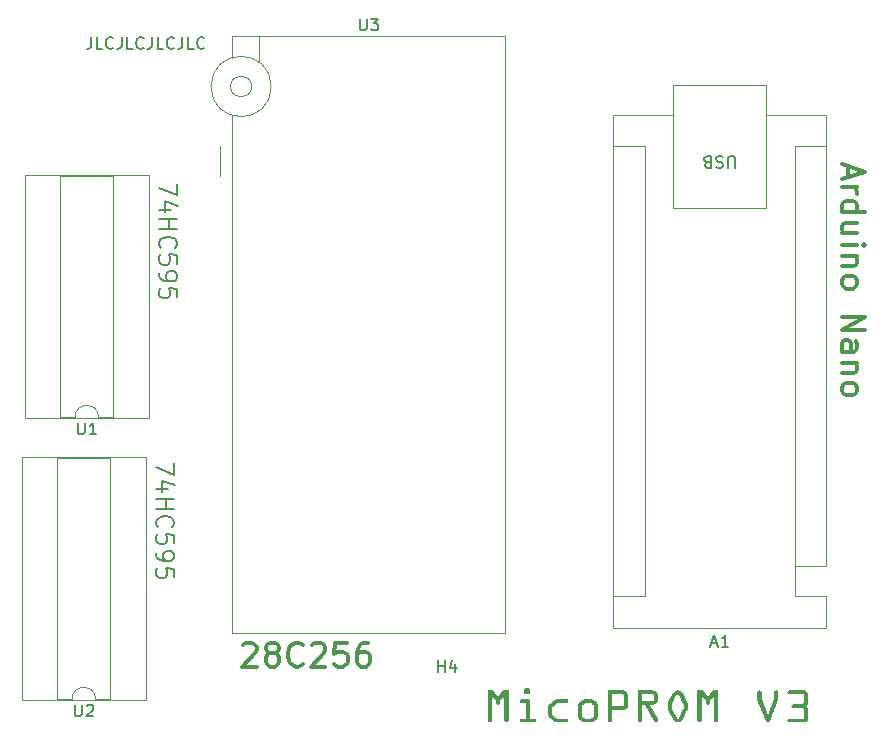
<source format=gbr>
%TF.GenerationSoftware,KiCad,Pcbnew,7.0.9*%
%TF.CreationDate,2024-03-10T15:23:14-03:00*%
%TF.ProjectId,prompcb,70726f6d-7063-4622-9e6b-696361645f70,rev?*%
%TF.SameCoordinates,Original*%
%TF.FileFunction,Legend,Top*%
%TF.FilePolarity,Positive*%
%FSLAX46Y46*%
G04 Gerber Fmt 4.6, Leading zero omitted, Abs format (unit mm)*
G04 Created by KiCad (PCBNEW 7.0.9) date 2024-03-10 15:23:14*
%MOMM*%
%LPD*%
G01*
G04 APERTURE LIST*
%ADD10C,0.200000*%
%ADD11C,0.300000*%
%ADD12C,0.150000*%
%ADD13C,0.120000*%
%ADD14R,2.000000X1.440000*%
%ADD15O,2.000000X1.440000*%
%ADD16C,0.700000*%
%ADD17C,4.400000*%
%ADD18R,1.600000X1.600000*%
%ADD19O,1.600000X1.600000*%
%ADD20O,2.400000X1.600000*%
%ADD21R,2.400000X1.600000*%
G04 APERTURE END LIST*
D10*
X137939571Y-72481863D02*
X137939571Y-73481863D01*
X137939571Y-73481863D02*
X136439571Y-72839006D01*
X137439571Y-74696149D02*
X136439571Y-74696149D01*
X138011000Y-74339006D02*
X136939571Y-73981863D01*
X136939571Y-73981863D02*
X136939571Y-74910434D01*
X136439571Y-75481862D02*
X137939571Y-75481862D01*
X137225285Y-75481862D02*
X137225285Y-76339005D01*
X136439571Y-76339005D02*
X137939571Y-76339005D01*
X136582428Y-77910434D02*
X136511000Y-77839006D01*
X136511000Y-77839006D02*
X136439571Y-77624720D01*
X136439571Y-77624720D02*
X136439571Y-77481863D01*
X136439571Y-77481863D02*
X136511000Y-77267577D01*
X136511000Y-77267577D02*
X136653857Y-77124720D01*
X136653857Y-77124720D02*
X136796714Y-77053291D01*
X136796714Y-77053291D02*
X137082428Y-76981863D01*
X137082428Y-76981863D02*
X137296714Y-76981863D01*
X137296714Y-76981863D02*
X137582428Y-77053291D01*
X137582428Y-77053291D02*
X137725285Y-77124720D01*
X137725285Y-77124720D02*
X137868142Y-77267577D01*
X137868142Y-77267577D02*
X137939571Y-77481863D01*
X137939571Y-77481863D02*
X137939571Y-77624720D01*
X137939571Y-77624720D02*
X137868142Y-77839006D01*
X137868142Y-77839006D02*
X137796714Y-77910434D01*
X137939571Y-79267577D02*
X137939571Y-78553291D01*
X137939571Y-78553291D02*
X137225285Y-78481863D01*
X137225285Y-78481863D02*
X137296714Y-78553291D01*
X137296714Y-78553291D02*
X137368142Y-78696149D01*
X137368142Y-78696149D02*
X137368142Y-79053291D01*
X137368142Y-79053291D02*
X137296714Y-79196149D01*
X137296714Y-79196149D02*
X137225285Y-79267577D01*
X137225285Y-79267577D02*
X137082428Y-79339006D01*
X137082428Y-79339006D02*
X136725285Y-79339006D01*
X136725285Y-79339006D02*
X136582428Y-79267577D01*
X136582428Y-79267577D02*
X136511000Y-79196149D01*
X136511000Y-79196149D02*
X136439571Y-79053291D01*
X136439571Y-79053291D02*
X136439571Y-78696149D01*
X136439571Y-78696149D02*
X136511000Y-78553291D01*
X136511000Y-78553291D02*
X136582428Y-78481863D01*
X136439571Y-80053291D02*
X136439571Y-80339005D01*
X136439571Y-80339005D02*
X136511000Y-80481862D01*
X136511000Y-80481862D02*
X136582428Y-80553291D01*
X136582428Y-80553291D02*
X136796714Y-80696148D01*
X136796714Y-80696148D02*
X137082428Y-80767577D01*
X137082428Y-80767577D02*
X137653857Y-80767577D01*
X137653857Y-80767577D02*
X137796714Y-80696148D01*
X137796714Y-80696148D02*
X137868142Y-80624720D01*
X137868142Y-80624720D02*
X137939571Y-80481862D01*
X137939571Y-80481862D02*
X137939571Y-80196148D01*
X137939571Y-80196148D02*
X137868142Y-80053291D01*
X137868142Y-80053291D02*
X137796714Y-79981862D01*
X137796714Y-79981862D02*
X137653857Y-79910434D01*
X137653857Y-79910434D02*
X137296714Y-79910434D01*
X137296714Y-79910434D02*
X137153857Y-79981862D01*
X137153857Y-79981862D02*
X137082428Y-80053291D01*
X137082428Y-80053291D02*
X137011000Y-80196148D01*
X137011000Y-80196148D02*
X137011000Y-80481862D01*
X137011000Y-80481862D02*
X137082428Y-80624720D01*
X137082428Y-80624720D02*
X137153857Y-80696148D01*
X137153857Y-80696148D02*
X137296714Y-80767577D01*
X137939571Y-82124719D02*
X137939571Y-81410433D01*
X137939571Y-81410433D02*
X137225285Y-81339005D01*
X137225285Y-81339005D02*
X137296714Y-81410433D01*
X137296714Y-81410433D02*
X137368142Y-81553291D01*
X137368142Y-81553291D02*
X137368142Y-81910433D01*
X137368142Y-81910433D02*
X137296714Y-82053291D01*
X137296714Y-82053291D02*
X137225285Y-82124719D01*
X137225285Y-82124719D02*
X137082428Y-82196148D01*
X137082428Y-82196148D02*
X136725285Y-82196148D01*
X136725285Y-82196148D02*
X136582428Y-82124719D01*
X136582428Y-82124719D02*
X136511000Y-82053291D01*
X136511000Y-82053291D02*
X136439571Y-81910433D01*
X136439571Y-81910433D02*
X136439571Y-81553291D01*
X136439571Y-81553291D02*
X136511000Y-81410433D01*
X136511000Y-81410433D02*
X136582428Y-81339005D01*
X137685571Y-96154663D02*
X137685571Y-97154663D01*
X137685571Y-97154663D02*
X136185571Y-96511806D01*
X137185571Y-98368949D02*
X136185571Y-98368949D01*
X137757000Y-98011806D02*
X136685571Y-97654663D01*
X136685571Y-97654663D02*
X136685571Y-98583234D01*
X136185571Y-99154662D02*
X137685571Y-99154662D01*
X136971285Y-99154662D02*
X136971285Y-100011805D01*
X136185571Y-100011805D02*
X137685571Y-100011805D01*
X136328428Y-101583234D02*
X136257000Y-101511806D01*
X136257000Y-101511806D02*
X136185571Y-101297520D01*
X136185571Y-101297520D02*
X136185571Y-101154663D01*
X136185571Y-101154663D02*
X136257000Y-100940377D01*
X136257000Y-100940377D02*
X136399857Y-100797520D01*
X136399857Y-100797520D02*
X136542714Y-100726091D01*
X136542714Y-100726091D02*
X136828428Y-100654663D01*
X136828428Y-100654663D02*
X137042714Y-100654663D01*
X137042714Y-100654663D02*
X137328428Y-100726091D01*
X137328428Y-100726091D02*
X137471285Y-100797520D01*
X137471285Y-100797520D02*
X137614142Y-100940377D01*
X137614142Y-100940377D02*
X137685571Y-101154663D01*
X137685571Y-101154663D02*
X137685571Y-101297520D01*
X137685571Y-101297520D02*
X137614142Y-101511806D01*
X137614142Y-101511806D02*
X137542714Y-101583234D01*
X137685571Y-102940377D02*
X137685571Y-102226091D01*
X137685571Y-102226091D02*
X136971285Y-102154663D01*
X136971285Y-102154663D02*
X137042714Y-102226091D01*
X137042714Y-102226091D02*
X137114142Y-102368949D01*
X137114142Y-102368949D02*
X137114142Y-102726091D01*
X137114142Y-102726091D02*
X137042714Y-102868949D01*
X137042714Y-102868949D02*
X136971285Y-102940377D01*
X136971285Y-102940377D02*
X136828428Y-103011806D01*
X136828428Y-103011806D02*
X136471285Y-103011806D01*
X136471285Y-103011806D02*
X136328428Y-102940377D01*
X136328428Y-102940377D02*
X136257000Y-102868949D01*
X136257000Y-102868949D02*
X136185571Y-102726091D01*
X136185571Y-102726091D02*
X136185571Y-102368949D01*
X136185571Y-102368949D02*
X136257000Y-102226091D01*
X136257000Y-102226091D02*
X136328428Y-102154663D01*
X136185571Y-103726091D02*
X136185571Y-104011805D01*
X136185571Y-104011805D02*
X136257000Y-104154662D01*
X136257000Y-104154662D02*
X136328428Y-104226091D01*
X136328428Y-104226091D02*
X136542714Y-104368948D01*
X136542714Y-104368948D02*
X136828428Y-104440377D01*
X136828428Y-104440377D02*
X137399857Y-104440377D01*
X137399857Y-104440377D02*
X137542714Y-104368948D01*
X137542714Y-104368948D02*
X137614142Y-104297520D01*
X137614142Y-104297520D02*
X137685571Y-104154662D01*
X137685571Y-104154662D02*
X137685571Y-103868948D01*
X137685571Y-103868948D02*
X137614142Y-103726091D01*
X137614142Y-103726091D02*
X137542714Y-103654662D01*
X137542714Y-103654662D02*
X137399857Y-103583234D01*
X137399857Y-103583234D02*
X137042714Y-103583234D01*
X137042714Y-103583234D02*
X136899857Y-103654662D01*
X136899857Y-103654662D02*
X136828428Y-103726091D01*
X136828428Y-103726091D02*
X136757000Y-103868948D01*
X136757000Y-103868948D02*
X136757000Y-104154662D01*
X136757000Y-104154662D02*
X136828428Y-104297520D01*
X136828428Y-104297520D02*
X136899857Y-104368948D01*
X136899857Y-104368948D02*
X137042714Y-104440377D01*
X137685571Y-105797519D02*
X137685571Y-105083233D01*
X137685571Y-105083233D02*
X136971285Y-105011805D01*
X136971285Y-105011805D02*
X137042714Y-105083233D01*
X137042714Y-105083233D02*
X137114142Y-105226091D01*
X137114142Y-105226091D02*
X137114142Y-105583233D01*
X137114142Y-105583233D02*
X137042714Y-105726091D01*
X137042714Y-105726091D02*
X136971285Y-105797519D01*
X136971285Y-105797519D02*
X136828428Y-105868948D01*
X136828428Y-105868948D02*
X136471285Y-105868948D01*
X136471285Y-105868948D02*
X136328428Y-105797519D01*
X136328428Y-105797519D02*
X136257000Y-105726091D01*
X136257000Y-105726091D02*
X136185571Y-105583233D01*
X136185571Y-105583233D02*
X136185571Y-105226091D01*
X136185571Y-105226091D02*
X136257000Y-105083233D01*
X136257000Y-105083233D02*
X136328428Y-105011805D01*
D11*
X143529520Y-111569714D02*
X143624758Y-111474476D01*
X143624758Y-111474476D02*
X143815234Y-111379238D01*
X143815234Y-111379238D02*
X144291425Y-111379238D01*
X144291425Y-111379238D02*
X144481901Y-111474476D01*
X144481901Y-111474476D02*
X144577139Y-111569714D01*
X144577139Y-111569714D02*
X144672377Y-111760190D01*
X144672377Y-111760190D02*
X144672377Y-111950666D01*
X144672377Y-111950666D02*
X144577139Y-112236380D01*
X144577139Y-112236380D02*
X143434282Y-113379238D01*
X143434282Y-113379238D02*
X144672377Y-113379238D01*
X145815234Y-112236380D02*
X145624758Y-112141142D01*
X145624758Y-112141142D02*
X145529520Y-112045904D01*
X145529520Y-112045904D02*
X145434282Y-111855428D01*
X145434282Y-111855428D02*
X145434282Y-111760190D01*
X145434282Y-111760190D02*
X145529520Y-111569714D01*
X145529520Y-111569714D02*
X145624758Y-111474476D01*
X145624758Y-111474476D02*
X145815234Y-111379238D01*
X145815234Y-111379238D02*
X146196187Y-111379238D01*
X146196187Y-111379238D02*
X146386663Y-111474476D01*
X146386663Y-111474476D02*
X146481901Y-111569714D01*
X146481901Y-111569714D02*
X146577139Y-111760190D01*
X146577139Y-111760190D02*
X146577139Y-111855428D01*
X146577139Y-111855428D02*
X146481901Y-112045904D01*
X146481901Y-112045904D02*
X146386663Y-112141142D01*
X146386663Y-112141142D02*
X146196187Y-112236380D01*
X146196187Y-112236380D02*
X145815234Y-112236380D01*
X145815234Y-112236380D02*
X145624758Y-112331619D01*
X145624758Y-112331619D02*
X145529520Y-112426857D01*
X145529520Y-112426857D02*
X145434282Y-112617333D01*
X145434282Y-112617333D02*
X145434282Y-112998285D01*
X145434282Y-112998285D02*
X145529520Y-113188761D01*
X145529520Y-113188761D02*
X145624758Y-113284000D01*
X145624758Y-113284000D02*
X145815234Y-113379238D01*
X145815234Y-113379238D02*
X146196187Y-113379238D01*
X146196187Y-113379238D02*
X146386663Y-113284000D01*
X146386663Y-113284000D02*
X146481901Y-113188761D01*
X146481901Y-113188761D02*
X146577139Y-112998285D01*
X146577139Y-112998285D02*
X146577139Y-112617333D01*
X146577139Y-112617333D02*
X146481901Y-112426857D01*
X146481901Y-112426857D02*
X146386663Y-112331619D01*
X146386663Y-112331619D02*
X146196187Y-112236380D01*
X148577139Y-113188761D02*
X148481901Y-113284000D01*
X148481901Y-113284000D02*
X148196187Y-113379238D01*
X148196187Y-113379238D02*
X148005711Y-113379238D01*
X148005711Y-113379238D02*
X147719996Y-113284000D01*
X147719996Y-113284000D02*
X147529520Y-113093523D01*
X147529520Y-113093523D02*
X147434282Y-112903047D01*
X147434282Y-112903047D02*
X147339044Y-112522095D01*
X147339044Y-112522095D02*
X147339044Y-112236380D01*
X147339044Y-112236380D02*
X147434282Y-111855428D01*
X147434282Y-111855428D02*
X147529520Y-111664952D01*
X147529520Y-111664952D02*
X147719996Y-111474476D01*
X147719996Y-111474476D02*
X148005711Y-111379238D01*
X148005711Y-111379238D02*
X148196187Y-111379238D01*
X148196187Y-111379238D02*
X148481901Y-111474476D01*
X148481901Y-111474476D02*
X148577139Y-111569714D01*
X149339044Y-111569714D02*
X149434282Y-111474476D01*
X149434282Y-111474476D02*
X149624758Y-111379238D01*
X149624758Y-111379238D02*
X150100949Y-111379238D01*
X150100949Y-111379238D02*
X150291425Y-111474476D01*
X150291425Y-111474476D02*
X150386663Y-111569714D01*
X150386663Y-111569714D02*
X150481901Y-111760190D01*
X150481901Y-111760190D02*
X150481901Y-111950666D01*
X150481901Y-111950666D02*
X150386663Y-112236380D01*
X150386663Y-112236380D02*
X149243806Y-113379238D01*
X149243806Y-113379238D02*
X150481901Y-113379238D01*
X152291425Y-111379238D02*
X151339044Y-111379238D01*
X151339044Y-111379238D02*
X151243806Y-112331619D01*
X151243806Y-112331619D02*
X151339044Y-112236380D01*
X151339044Y-112236380D02*
X151529520Y-112141142D01*
X151529520Y-112141142D02*
X152005711Y-112141142D01*
X152005711Y-112141142D02*
X152196187Y-112236380D01*
X152196187Y-112236380D02*
X152291425Y-112331619D01*
X152291425Y-112331619D02*
X152386663Y-112522095D01*
X152386663Y-112522095D02*
X152386663Y-112998285D01*
X152386663Y-112998285D02*
X152291425Y-113188761D01*
X152291425Y-113188761D02*
X152196187Y-113284000D01*
X152196187Y-113284000D02*
X152005711Y-113379238D01*
X152005711Y-113379238D02*
X151529520Y-113379238D01*
X151529520Y-113379238D02*
X151339044Y-113284000D01*
X151339044Y-113284000D02*
X151243806Y-113188761D01*
X154100949Y-111379238D02*
X153719996Y-111379238D01*
X153719996Y-111379238D02*
X153529520Y-111474476D01*
X153529520Y-111474476D02*
X153434282Y-111569714D01*
X153434282Y-111569714D02*
X153243806Y-111855428D01*
X153243806Y-111855428D02*
X153148568Y-112236380D01*
X153148568Y-112236380D02*
X153148568Y-112998285D01*
X153148568Y-112998285D02*
X153243806Y-113188761D01*
X153243806Y-113188761D02*
X153339044Y-113284000D01*
X153339044Y-113284000D02*
X153529520Y-113379238D01*
X153529520Y-113379238D02*
X153910473Y-113379238D01*
X153910473Y-113379238D02*
X154100949Y-113284000D01*
X154100949Y-113284000D02*
X154196187Y-113188761D01*
X154196187Y-113188761D02*
X154291425Y-112998285D01*
X154291425Y-112998285D02*
X154291425Y-112522095D01*
X154291425Y-112522095D02*
X154196187Y-112331619D01*
X154196187Y-112331619D02*
X154100949Y-112236380D01*
X154100949Y-112236380D02*
X153910473Y-112141142D01*
X153910473Y-112141142D02*
X153529520Y-112141142D01*
X153529520Y-112141142D02*
X153339044Y-112236380D01*
X153339044Y-112236380D02*
X153243806Y-112331619D01*
X153243806Y-112331619D02*
X153148568Y-112522095D01*
X194786190Y-70987120D02*
X194786190Y-71939501D01*
X194214761Y-70796644D02*
X196214761Y-71463310D01*
X196214761Y-71463310D02*
X194214761Y-72129977D01*
X194214761Y-72796644D02*
X195548095Y-72796644D01*
X195167142Y-72796644D02*
X195357619Y-72891882D01*
X195357619Y-72891882D02*
X195452857Y-72987120D01*
X195452857Y-72987120D02*
X195548095Y-73177596D01*
X195548095Y-73177596D02*
X195548095Y-73368073D01*
X194214761Y-74891882D02*
X196214761Y-74891882D01*
X194310000Y-74891882D02*
X194214761Y-74701406D01*
X194214761Y-74701406D02*
X194214761Y-74320453D01*
X194214761Y-74320453D02*
X194310000Y-74129977D01*
X194310000Y-74129977D02*
X194405238Y-74034739D01*
X194405238Y-74034739D02*
X194595714Y-73939501D01*
X194595714Y-73939501D02*
X195167142Y-73939501D01*
X195167142Y-73939501D02*
X195357619Y-74034739D01*
X195357619Y-74034739D02*
X195452857Y-74129977D01*
X195452857Y-74129977D02*
X195548095Y-74320453D01*
X195548095Y-74320453D02*
X195548095Y-74701406D01*
X195548095Y-74701406D02*
X195452857Y-74891882D01*
X195548095Y-76701406D02*
X194214761Y-76701406D01*
X195548095Y-75844263D02*
X194500476Y-75844263D01*
X194500476Y-75844263D02*
X194310000Y-75939501D01*
X194310000Y-75939501D02*
X194214761Y-76129977D01*
X194214761Y-76129977D02*
X194214761Y-76415692D01*
X194214761Y-76415692D02*
X194310000Y-76606168D01*
X194310000Y-76606168D02*
X194405238Y-76701406D01*
X194214761Y-77653787D02*
X195548095Y-77653787D01*
X196214761Y-77653787D02*
X196119523Y-77558549D01*
X196119523Y-77558549D02*
X196024285Y-77653787D01*
X196024285Y-77653787D02*
X196119523Y-77749025D01*
X196119523Y-77749025D02*
X196214761Y-77653787D01*
X196214761Y-77653787D02*
X196024285Y-77653787D01*
X195548095Y-78606168D02*
X194214761Y-78606168D01*
X195357619Y-78606168D02*
X195452857Y-78701406D01*
X195452857Y-78701406D02*
X195548095Y-78891882D01*
X195548095Y-78891882D02*
X195548095Y-79177597D01*
X195548095Y-79177597D02*
X195452857Y-79368073D01*
X195452857Y-79368073D02*
X195262380Y-79463311D01*
X195262380Y-79463311D02*
X194214761Y-79463311D01*
X194214761Y-80701406D02*
X194310000Y-80510930D01*
X194310000Y-80510930D02*
X194405238Y-80415692D01*
X194405238Y-80415692D02*
X194595714Y-80320454D01*
X194595714Y-80320454D02*
X195167142Y-80320454D01*
X195167142Y-80320454D02*
X195357619Y-80415692D01*
X195357619Y-80415692D02*
X195452857Y-80510930D01*
X195452857Y-80510930D02*
X195548095Y-80701406D01*
X195548095Y-80701406D02*
X195548095Y-80987121D01*
X195548095Y-80987121D02*
X195452857Y-81177597D01*
X195452857Y-81177597D02*
X195357619Y-81272835D01*
X195357619Y-81272835D02*
X195167142Y-81368073D01*
X195167142Y-81368073D02*
X194595714Y-81368073D01*
X194595714Y-81368073D02*
X194405238Y-81272835D01*
X194405238Y-81272835D02*
X194310000Y-81177597D01*
X194310000Y-81177597D02*
X194214761Y-80987121D01*
X194214761Y-80987121D02*
X194214761Y-80701406D01*
X194214761Y-83749026D02*
X196214761Y-83749026D01*
X196214761Y-83749026D02*
X194214761Y-84891883D01*
X194214761Y-84891883D02*
X196214761Y-84891883D01*
X194214761Y-86701407D02*
X195262380Y-86701407D01*
X195262380Y-86701407D02*
X195452857Y-86606169D01*
X195452857Y-86606169D02*
X195548095Y-86415693D01*
X195548095Y-86415693D02*
X195548095Y-86034740D01*
X195548095Y-86034740D02*
X195452857Y-85844264D01*
X194310000Y-86701407D02*
X194214761Y-86510931D01*
X194214761Y-86510931D02*
X194214761Y-86034740D01*
X194214761Y-86034740D02*
X194310000Y-85844264D01*
X194310000Y-85844264D02*
X194500476Y-85749026D01*
X194500476Y-85749026D02*
X194690952Y-85749026D01*
X194690952Y-85749026D02*
X194881428Y-85844264D01*
X194881428Y-85844264D02*
X194976666Y-86034740D01*
X194976666Y-86034740D02*
X194976666Y-86510931D01*
X194976666Y-86510931D02*
X195071904Y-86701407D01*
X195548095Y-87653788D02*
X194214761Y-87653788D01*
X195357619Y-87653788D02*
X195452857Y-87749026D01*
X195452857Y-87749026D02*
X195548095Y-87939502D01*
X195548095Y-87939502D02*
X195548095Y-88225217D01*
X195548095Y-88225217D02*
X195452857Y-88415693D01*
X195452857Y-88415693D02*
X195262380Y-88510931D01*
X195262380Y-88510931D02*
X194214761Y-88510931D01*
X194214761Y-89749026D02*
X194310000Y-89558550D01*
X194310000Y-89558550D02*
X194405238Y-89463312D01*
X194405238Y-89463312D02*
X194595714Y-89368074D01*
X194595714Y-89368074D02*
X195167142Y-89368074D01*
X195167142Y-89368074D02*
X195357619Y-89463312D01*
X195357619Y-89463312D02*
X195452857Y-89558550D01*
X195452857Y-89558550D02*
X195548095Y-89749026D01*
X195548095Y-89749026D02*
X195548095Y-90034741D01*
X195548095Y-90034741D02*
X195452857Y-90225217D01*
X195452857Y-90225217D02*
X195357619Y-90320455D01*
X195357619Y-90320455D02*
X195167142Y-90415693D01*
X195167142Y-90415693D02*
X194595714Y-90415693D01*
X194595714Y-90415693D02*
X194405238Y-90320455D01*
X194405238Y-90320455D02*
X194310000Y-90225217D01*
X194310000Y-90225217D02*
X194214761Y-90034741D01*
X194214761Y-90034741D02*
X194214761Y-89749026D01*
D12*
G36*
X164953272Y-116397811D02*
G01*
X164953272Y-116290100D01*
X164594235Y-115864385D01*
X164594235Y-117936541D01*
X164591816Y-117966654D01*
X164583126Y-117998666D01*
X164568117Y-118028112D01*
X164549799Y-118051774D01*
X164543677Y-118058174D01*
X164520541Y-118077588D01*
X164491610Y-118093937D01*
X164460022Y-118104058D01*
X164430204Y-118107805D01*
X164421311Y-118108000D01*
X164390913Y-118105545D01*
X164358661Y-118096730D01*
X164329066Y-118081502D01*
X164305349Y-118062920D01*
X164298946Y-118056709D01*
X164279246Y-118033392D01*
X164262656Y-118004598D01*
X164252387Y-117973514D01*
X164248585Y-117944438D01*
X164248387Y-117935808D01*
X164248387Y-115388111D01*
X164695352Y-115388111D01*
X165121800Y-115978690D01*
X165561437Y-115388111D01*
X166000341Y-115388111D01*
X166000341Y-117935808D01*
X165997817Y-117966207D01*
X165990244Y-117994573D01*
X165975406Y-118024500D01*
X165957013Y-118048508D01*
X165947585Y-118058174D01*
X165923592Y-118077588D01*
X165897777Y-118092234D01*
X165870138Y-118102112D01*
X165840675Y-118107221D01*
X165823021Y-118108000D01*
X165793123Y-118105580D01*
X165761101Y-118096891D01*
X165731368Y-118081881D01*
X165707230Y-118063564D01*
X165700655Y-118057441D01*
X165680670Y-118034125D01*
X165663840Y-118005331D01*
X165653422Y-117974247D01*
X165649565Y-117945171D01*
X165649364Y-117936541D01*
X165649364Y-115872445D01*
X165299120Y-116274713D01*
X165299120Y-116394147D01*
X165297317Y-116425772D01*
X165291907Y-116455800D01*
X165282891Y-116484230D01*
X165270269Y-116511063D01*
X165254040Y-116536300D01*
X165247829Y-116544357D01*
X165224478Y-116568910D01*
X165199303Y-116587433D01*
X165172305Y-116599925D01*
X165143484Y-116606387D01*
X165126196Y-116607371D01*
X165095797Y-116604391D01*
X165067432Y-116595450D01*
X165041100Y-116580549D01*
X165016802Y-116559687D01*
X165003831Y-116545090D01*
X164986649Y-116520935D01*
X164971096Y-116490737D01*
X164960382Y-116458364D01*
X164955050Y-116428886D01*
X164953272Y-116397811D01*
G37*
G36*
X167484117Y-115200533D02*
G01*
X167665833Y-115200533D01*
X167696232Y-115203057D01*
X167724598Y-115210631D01*
X167754525Y-115225468D01*
X167778533Y-115243861D01*
X167788199Y-115253289D01*
X167807899Y-115277101D01*
X167822760Y-115303017D01*
X167832783Y-115331037D01*
X167837967Y-115361160D01*
X167838757Y-115379318D01*
X167838757Y-115533191D01*
X167836338Y-115564908D01*
X167829080Y-115594660D01*
X167816984Y-115622450D01*
X167800049Y-115648276D01*
X167788199Y-115662152D01*
X167765063Y-115683279D01*
X167739893Y-115699217D01*
X167708638Y-115711078D01*
X167679111Y-115715897D01*
X167665833Y-115716374D01*
X167479720Y-115716374D01*
X167448465Y-115713744D01*
X167419453Y-115705855D01*
X167392686Y-115692707D01*
X167368162Y-115674299D01*
X167355157Y-115661419D01*
X167335812Y-115636460D01*
X167321377Y-115610308D01*
X167310889Y-115578961D01*
X167306814Y-115546057D01*
X167306796Y-115537588D01*
X167311193Y-115379318D01*
X167313612Y-115347993D01*
X167320870Y-115318771D01*
X167332966Y-115291653D01*
X167349901Y-115266639D01*
X167361751Y-115253289D01*
X167384887Y-115232733D01*
X167410057Y-115217225D01*
X167441312Y-115205685D01*
X167470840Y-115200996D01*
X167484117Y-115200533D01*
G37*
G36*
X168189002Y-118108000D02*
G01*
X167133872Y-118108000D01*
X167103474Y-118105720D01*
X167071222Y-118097535D01*
X167041627Y-118083395D01*
X167017910Y-118066140D01*
X167011507Y-118060372D01*
X166991807Y-118038268D01*
X166975217Y-118010688D01*
X166964948Y-117980634D01*
X166960998Y-117948108D01*
X166960949Y-117943868D01*
X166964108Y-117911674D01*
X166973588Y-117881770D01*
X166989388Y-117854155D01*
X167011507Y-117828830D01*
X167034643Y-117809701D01*
X167063574Y-117793592D01*
X167095162Y-117783620D01*
X167124980Y-117779929D01*
X167133872Y-117779737D01*
X167488513Y-117779737D01*
X167488513Y-116466688D01*
X167137536Y-116466688D01*
X167107137Y-116464373D01*
X167074886Y-116456062D01*
X167045290Y-116441705D01*
X167021573Y-116424184D01*
X167015170Y-116418327D01*
X166995471Y-116396364D01*
X166978881Y-116369287D01*
X166968611Y-116340104D01*
X166964662Y-116308814D01*
X166964612Y-116304755D01*
X166967772Y-116271873D01*
X166977252Y-116241374D01*
X166993051Y-116213255D01*
X167012060Y-116190605D01*
X167015170Y-116187518D01*
X167038307Y-116168389D01*
X167067238Y-116152280D01*
X167098825Y-116142308D01*
X167128643Y-116138617D01*
X167137536Y-116138425D01*
X167665833Y-116138425D01*
X167696232Y-116140950D01*
X167724598Y-116148523D01*
X167754525Y-116163361D01*
X167778533Y-116181753D01*
X167788199Y-116191182D01*
X167807899Y-116214924D01*
X167822760Y-116240629D01*
X167832783Y-116268298D01*
X167837967Y-116297931D01*
X167838757Y-116315745D01*
X167838757Y-117779737D01*
X168184605Y-117779737D01*
X168215360Y-117782051D01*
X168244151Y-117788994D01*
X168274651Y-117802595D01*
X168299234Y-117819455D01*
X168309169Y-117828097D01*
X168329726Y-117849916D01*
X168347036Y-117877256D01*
X168357752Y-117907160D01*
X168361874Y-117939629D01*
X168361926Y-117943868D01*
X168358674Y-117976704D01*
X168348920Y-118007066D01*
X168332662Y-118034956D01*
X168313102Y-118057330D01*
X168309902Y-118060372D01*
X168286585Y-118078930D01*
X168257791Y-118094558D01*
X168226708Y-118104232D01*
X168193334Y-118107953D01*
X168189002Y-118108000D01*
G37*
G36*
X170901563Y-118108000D02*
G01*
X170161507Y-118108000D01*
X170125333Y-118106976D01*
X170090177Y-118103904D01*
X170056039Y-118098784D01*
X170022918Y-118091616D01*
X169990815Y-118082401D01*
X169959729Y-118071137D01*
X169929660Y-118057825D01*
X169900610Y-118042466D01*
X169872576Y-118025059D01*
X169845561Y-118005604D01*
X169828115Y-117991496D01*
X169491793Y-117702068D01*
X169463116Y-117676370D01*
X169437259Y-117649011D01*
X169414223Y-117619990D01*
X169394008Y-117589308D01*
X169376614Y-117556964D01*
X169362040Y-117522959D01*
X169350287Y-117487292D01*
X169341355Y-117449963D01*
X169335243Y-117410974D01*
X169331952Y-117370322D01*
X169331325Y-117342298D01*
X169331325Y-116895334D01*
X169331553Y-116854895D01*
X169335258Y-116815461D01*
X169342441Y-116777031D01*
X169353101Y-116739606D01*
X169367239Y-116703186D01*
X169384855Y-116667770D01*
X169405948Y-116633359D01*
X169430519Y-116599953D01*
X169458567Y-116567551D01*
X169479198Y-116546508D01*
X169501374Y-116525911D01*
X169513042Y-116515780D01*
X169815659Y-116257127D01*
X169843310Y-116235914D01*
X169871309Y-116216787D01*
X169899656Y-116199747D01*
X169928350Y-116184793D01*
X169957393Y-116171926D01*
X169986783Y-116161145D01*
X170016520Y-116152451D01*
X170046606Y-116145844D01*
X170077039Y-116141323D01*
X170107820Y-116138889D01*
X170128534Y-116138425D01*
X170905959Y-116138425D01*
X170936358Y-116140739D01*
X170968609Y-116149051D01*
X170998205Y-116163408D01*
X171021922Y-116180929D01*
X171028325Y-116186785D01*
X171048025Y-116208604D01*
X171064614Y-116235944D01*
X171074884Y-116265848D01*
X171078834Y-116298317D01*
X171078883Y-116302556D01*
X171076464Y-116332209D01*
X171067774Y-116363350D01*
X171052764Y-116391560D01*
X171031435Y-116416839D01*
X171028325Y-116419793D01*
X171005189Y-116438065D01*
X170976257Y-116453453D01*
X170944670Y-116462978D01*
X170914852Y-116466504D01*
X170905959Y-116466688D01*
X170161507Y-116466688D01*
X170131333Y-116469387D01*
X170101721Y-116477487D01*
X170072669Y-116490986D01*
X170044179Y-116509884D01*
X170028150Y-116523108D01*
X169749713Y-116763443D01*
X169726555Y-116786567D01*
X169708188Y-116812524D01*
X169694613Y-116841315D01*
X169685829Y-116872940D01*
X169681836Y-116907398D01*
X169681570Y-116919514D01*
X169681570Y-117347427D01*
X169684913Y-117380583D01*
X169694942Y-117411175D01*
X169711657Y-117439202D01*
X169731768Y-117461621D01*
X169735059Y-117464664D01*
X170039874Y-117727713D01*
X170066952Y-117747984D01*
X170097536Y-117763276D01*
X170126542Y-117772421D01*
X170158124Y-117777908D01*
X170192281Y-117779737D01*
X170901563Y-117779737D01*
X170931140Y-117782051D01*
X170962796Y-117790363D01*
X170992163Y-117804720D01*
X171015980Y-117822241D01*
X171022463Y-117828097D01*
X171042734Y-117849916D01*
X171059804Y-117877256D01*
X171070371Y-117907160D01*
X171074436Y-117939629D01*
X171074487Y-117943868D01*
X171071327Y-117976704D01*
X171061847Y-118007066D01*
X171046048Y-118034956D01*
X171027039Y-118057330D01*
X171023928Y-118060372D01*
X171000792Y-118078930D01*
X170971861Y-118094558D01*
X170940273Y-118104232D01*
X170910456Y-118107813D01*
X170901563Y-118108000D01*
G37*
G36*
X172977718Y-116139490D02*
G01*
X173021040Y-116144058D01*
X173064117Y-116152129D01*
X173092699Y-116159457D01*
X173121173Y-116168341D01*
X173149537Y-116178782D01*
X173177793Y-116190781D01*
X173205940Y-116204336D01*
X173233979Y-116219449D01*
X173261908Y-116236119D01*
X173289729Y-116254345D01*
X173317441Y-116274129D01*
X173345044Y-116295470D01*
X173372539Y-116318367D01*
X173386245Y-116330400D01*
X173412864Y-116355009D01*
X173437765Y-116379928D01*
X173460949Y-116405156D01*
X173482416Y-116430692D01*
X173502165Y-116456538D01*
X173520197Y-116482693D01*
X173536512Y-116509157D01*
X173551109Y-116535930D01*
X173563989Y-116563013D01*
X173575152Y-116590404D01*
X173588676Y-116632071D01*
X173598336Y-116674433D01*
X173604132Y-116717491D01*
X173606064Y-116761244D01*
X173606064Y-117485180D01*
X173604132Y-117528154D01*
X173598336Y-117570523D01*
X173588676Y-117612286D01*
X173575152Y-117653444D01*
X173563989Y-117680547D01*
X173551109Y-117707380D01*
X173536512Y-117733944D01*
X173520197Y-117760240D01*
X173502165Y-117786266D01*
X173482416Y-117812023D01*
X173460949Y-117837511D01*
X173437765Y-117862730D01*
X173412864Y-117887680D01*
X173386245Y-117912361D01*
X173358805Y-117936052D01*
X173331256Y-117958214D01*
X173303599Y-117978848D01*
X173275832Y-117997953D01*
X173247957Y-118015530D01*
X173219973Y-118031578D01*
X173191880Y-118046098D01*
X173163679Y-118059090D01*
X173135369Y-118070553D01*
X173106950Y-118080488D01*
X173078422Y-118088894D01*
X173049785Y-118095772D01*
X173006627Y-118103223D01*
X172963223Y-118107235D01*
X172934152Y-118108000D01*
X172528220Y-118108000D01*
X172498713Y-118107224D01*
X172469361Y-118104897D01*
X172440164Y-118101019D01*
X172411121Y-118095589D01*
X172382232Y-118088608D01*
X172353499Y-118080076D01*
X172324919Y-118069992D01*
X172296495Y-118058357D01*
X172268224Y-118045171D01*
X172240109Y-118030433D01*
X172212148Y-118014144D01*
X172184341Y-117996304D01*
X172156689Y-117976913D01*
X172129192Y-117955970D01*
X172101849Y-117933476D01*
X172074661Y-117909430D01*
X172048486Y-117884417D01*
X172024000Y-117859204D01*
X172001202Y-117833790D01*
X171980093Y-117808176D01*
X171960673Y-117782362D01*
X171942942Y-117756347D01*
X171926899Y-117730132D01*
X171912545Y-117703717D01*
X171899880Y-117677101D01*
X171884048Y-117636801D01*
X171872016Y-117596051D01*
X171863783Y-117554850D01*
X171859350Y-117513199D01*
X171858506Y-117485180D01*
X171858506Y-117477120D01*
X172208750Y-117477120D01*
X172211146Y-117511724D01*
X172218333Y-117543547D01*
X172230311Y-117572587D01*
X172247081Y-117598845D01*
X172268642Y-117622321D01*
X172276894Y-117629528D01*
X172406587Y-117742368D01*
X172433687Y-117760432D01*
X172462446Y-117771526D01*
X172491217Y-117777402D01*
X172523354Y-117779701D01*
X172528220Y-117779737D01*
X172929755Y-117779737D01*
X172962410Y-117777470D01*
X172993880Y-117770670D01*
X173024166Y-117759335D01*
X173053266Y-117743467D01*
X173081181Y-117723065D01*
X173090223Y-117715257D01*
X173195736Y-117620735D01*
X173217400Y-117600659D01*
X173237010Y-117573722D01*
X173250519Y-117542997D01*
X173257242Y-117513648D01*
X173259483Y-117481517D01*
X173259483Y-116771503D01*
X173257927Y-116740100D01*
X173251950Y-116705960D01*
X173241492Y-116675683D01*
X173226551Y-116649271D01*
X173207128Y-116626722D01*
X173195736Y-116616897D01*
X173074103Y-116518711D01*
X173050275Y-116501031D01*
X173020587Y-116485028D01*
X172988866Y-116474003D01*
X172960058Y-116468517D01*
X172929755Y-116466688D01*
X172571451Y-116466688D01*
X172536103Y-116468065D01*
X172503330Y-116472197D01*
X172473134Y-116479085D01*
X172440298Y-116490986D01*
X172411172Y-116506854D01*
X172389734Y-116523108D01*
X172272498Y-116625690D01*
X172250834Y-116647182D01*
X172233652Y-116670993D01*
X172219271Y-116701702D01*
X172211801Y-116730536D01*
X172208813Y-116761689D01*
X172208750Y-116767106D01*
X172208750Y-117477120D01*
X171858506Y-117477120D01*
X171858506Y-116761244D01*
X171860361Y-116719299D01*
X171865925Y-116677816D01*
X171875199Y-116636798D01*
X171888182Y-116596243D01*
X171904874Y-116556152D01*
X171918063Y-116529682D01*
X171932901Y-116503418D01*
X171949387Y-116477361D01*
X171967522Y-116451509D01*
X171987306Y-116425864D01*
X172008738Y-116400424D01*
X172031819Y-116375191D01*
X172056549Y-116350164D01*
X172069532Y-116337727D01*
X172096139Y-116313593D01*
X172123021Y-116291016D01*
X172150178Y-116269996D01*
X172177609Y-116250533D01*
X172205316Y-116232627D01*
X172233297Y-116216278D01*
X172261553Y-116201486D01*
X172290083Y-116188251D01*
X172318889Y-116176573D01*
X172347969Y-116166452D01*
X172377324Y-116157888D01*
X172406953Y-116150882D01*
X172436858Y-116145432D01*
X172467037Y-116141539D01*
X172497491Y-116139204D01*
X172528220Y-116138425D01*
X172934152Y-116138425D01*
X172977718Y-116139490D01*
G37*
G36*
X175664784Y-115389470D02*
G01*
X175703061Y-115393547D01*
X175740295Y-115400341D01*
X175776486Y-115409853D01*
X175811633Y-115422082D01*
X175845737Y-115437029D01*
X175878798Y-115454694D01*
X175910816Y-115475077D01*
X175941790Y-115498177D01*
X175971721Y-115523995D01*
X175991095Y-115542717D01*
X176018594Y-115572096D01*
X176043388Y-115602532D01*
X176065477Y-115634023D01*
X176084861Y-115666571D01*
X176101541Y-115700175D01*
X176115516Y-115734835D01*
X176126786Y-115770551D01*
X176135351Y-115807323D01*
X176141211Y-115845152D01*
X176144367Y-115884037D01*
X176144968Y-115910547D01*
X176144968Y-116558279D01*
X176143629Y-116597855D01*
X176139610Y-116636349D01*
X176132912Y-116673761D01*
X176123536Y-116710091D01*
X176111480Y-116745339D01*
X176096745Y-116779505D01*
X176079332Y-116812590D01*
X176059239Y-116844592D01*
X176036467Y-116875513D01*
X176011016Y-116905352D01*
X175992561Y-116924643D01*
X175963437Y-116951749D01*
X175933218Y-116976189D01*
X175901905Y-116997962D01*
X175869497Y-117017070D01*
X175835994Y-117033511D01*
X175801396Y-117047286D01*
X175765703Y-117058395D01*
X175728916Y-117066838D01*
X175691033Y-117072615D01*
X175652056Y-117075725D01*
X175625464Y-117076318D01*
X174747655Y-117076318D01*
X174747655Y-117937274D01*
X174745235Y-117967352D01*
X174736546Y-117999237D01*
X174721536Y-118028466D01*
X174703219Y-118051863D01*
X174697096Y-118058174D01*
X174673960Y-118077588D01*
X174645029Y-118093937D01*
X174613442Y-118104058D01*
X174583624Y-118107805D01*
X174574731Y-118108000D01*
X174543405Y-118105615D01*
X174514183Y-118098463D01*
X174487065Y-118086541D01*
X174462051Y-118069852D01*
X174448702Y-118058174D01*
X174428716Y-118035038D01*
X174413639Y-118009868D01*
X174402419Y-117978613D01*
X174397861Y-117949085D01*
X174397411Y-117935808D01*
X174397411Y-115716374D01*
X174747655Y-115716374D01*
X174747655Y-116748055D01*
X175626196Y-116748055D01*
X175655774Y-116745566D01*
X175687430Y-116736624D01*
X175716796Y-116721180D01*
X175740614Y-116702331D01*
X175747096Y-116696032D01*
X175767367Y-116671899D01*
X175782660Y-116645662D01*
X175792973Y-116617322D01*
X175798307Y-116586878D01*
X175799120Y-116568537D01*
X175799120Y-115895892D01*
X175796631Y-115864281D01*
X175789163Y-115834844D01*
X175776715Y-115807580D01*
X175759290Y-115782491D01*
X175747096Y-115769130D01*
X175723780Y-115748574D01*
X175698711Y-115733066D01*
X175667913Y-115721526D01*
X175634826Y-115716580D01*
X175626196Y-115716374D01*
X174747655Y-115716374D01*
X174397411Y-115716374D01*
X174397411Y-115388111D01*
X175625464Y-115388111D01*
X175664784Y-115389470D01*
G37*
G36*
X178200025Y-115389444D02*
G01*
X178238302Y-115393443D01*
X178275536Y-115400109D01*
X178311727Y-115409440D01*
X178346874Y-115421438D01*
X178380978Y-115436102D01*
X178414039Y-115453432D01*
X178446056Y-115473428D01*
X178477031Y-115496091D01*
X178506961Y-115521419D01*
X178526336Y-115539786D01*
X178553835Y-115568609D01*
X178578629Y-115598476D01*
X178600718Y-115629386D01*
X178620102Y-115661339D01*
X178636782Y-115694335D01*
X178650757Y-115728375D01*
X178662027Y-115763458D01*
X178670592Y-115799584D01*
X178676452Y-115836754D01*
X178679608Y-115874966D01*
X178680209Y-115901021D01*
X178680209Y-116094461D01*
X178678869Y-116133756D01*
X178674851Y-116171956D01*
X178668153Y-116209061D01*
X178658777Y-116245072D01*
X178646721Y-116279987D01*
X178631986Y-116313808D01*
X178614572Y-116346534D01*
X178594480Y-116378165D01*
X178571708Y-116408701D01*
X178546257Y-116438143D01*
X178527801Y-116457162D01*
X178498684Y-116484006D01*
X178468485Y-116508210D01*
X178437203Y-116529773D01*
X178404840Y-116548696D01*
X178371395Y-116564978D01*
X178336868Y-116578620D01*
X178301259Y-116589622D01*
X178264569Y-116597983D01*
X178226796Y-116603704D01*
X178187941Y-116606785D01*
X178161437Y-116607371D01*
X177940886Y-116607371D01*
X178649434Y-117829563D01*
X178663860Y-117856307D01*
X178675162Y-117886395D01*
X178681248Y-117916483D01*
X178682407Y-117936541D01*
X178679847Y-117966369D01*
X178670654Y-117998140D01*
X178654774Y-118027437D01*
X178635395Y-118051044D01*
X178628918Y-118057441D01*
X178604815Y-118077141D01*
X178579310Y-118092003D01*
X178548444Y-118103062D01*
X178515746Y-118107802D01*
X178507285Y-118108000D01*
X178476216Y-118101102D01*
X178447579Y-118090483D01*
X178421375Y-118076143D01*
X178397605Y-118058082D01*
X178376267Y-118036301D01*
X178357362Y-118010798D01*
X178350481Y-117999556D01*
X177536420Y-116607371D01*
X177287292Y-116607371D01*
X177287292Y-117934343D01*
X177284767Y-117965027D01*
X177277194Y-117993608D01*
X177264572Y-118020085D01*
X177246900Y-118044458D01*
X177234535Y-118057441D01*
X177210793Y-118077141D01*
X177185088Y-118092003D01*
X177157419Y-118102025D01*
X177127786Y-118107210D01*
X177109972Y-118108000D01*
X177079573Y-118105615D01*
X177047321Y-118097052D01*
X177017726Y-118082260D01*
X176994009Y-118064208D01*
X176987606Y-118058174D01*
X176967906Y-118035038D01*
X176951317Y-118006107D01*
X176941047Y-117974519D01*
X176937245Y-117944701D01*
X176937048Y-117935808D01*
X176937048Y-115716374D01*
X177282896Y-115716374D01*
X177282896Y-116279109D01*
X178161437Y-116279109D01*
X178191836Y-116276655D01*
X178224087Y-116267839D01*
X178253683Y-116252612D01*
X178277400Y-116234029D01*
X178283803Y-116227818D01*
X178303503Y-116203971D01*
X178318364Y-116177950D01*
X178328387Y-116149755D01*
X178333571Y-116119386D01*
X178334361Y-116101056D01*
X178334361Y-115894427D01*
X178331942Y-115862851D01*
X178324684Y-115833519D01*
X178312587Y-115806430D01*
X178295652Y-115781586D01*
X178283803Y-115768397D01*
X178260667Y-115748126D01*
X178235497Y-115732834D01*
X178204242Y-115721454D01*
X178174714Y-115716831D01*
X178161437Y-115716374D01*
X177282896Y-115716374D01*
X176937048Y-115716374D01*
X176937048Y-115388111D01*
X178160704Y-115388111D01*
X178200025Y-115389444D01*
G37*
G36*
X180373728Y-115389096D02*
G01*
X180407800Y-115392050D01*
X180440589Y-115396973D01*
X180472096Y-115403865D01*
X180502322Y-115412726D01*
X180531264Y-115423557D01*
X180558925Y-115436357D01*
X180585303Y-115451126D01*
X180610399Y-115467864D01*
X180634213Y-115486572D01*
X180656744Y-115507248D01*
X180677993Y-115529894D01*
X180697960Y-115554509D01*
X180716645Y-115581094D01*
X180734047Y-115609647D01*
X180750167Y-115640170D01*
X181131186Y-116411733D01*
X181145590Y-116441503D01*
X181158577Y-116471737D01*
X181170148Y-116502434D01*
X181180302Y-116533595D01*
X181189038Y-116565220D01*
X181196359Y-116597308D01*
X181202262Y-116629860D01*
X181206748Y-116662876D01*
X181209818Y-116696355D01*
X181211471Y-116730298D01*
X181211786Y-116753184D01*
X181211078Y-116786801D01*
X181208952Y-116820057D01*
X181205410Y-116852953D01*
X181200452Y-116885488D01*
X181194076Y-116917662D01*
X181186284Y-116949476D01*
X181177074Y-116980928D01*
X181166448Y-117012021D01*
X181154406Y-117042752D01*
X181140946Y-117073123D01*
X181131186Y-117093170D01*
X180750167Y-117855941D01*
X180734305Y-117886464D01*
X180717126Y-117915017D01*
X180698630Y-117941601D01*
X180678818Y-117966217D01*
X180657689Y-117988862D01*
X180635243Y-118009539D01*
X180611481Y-118028247D01*
X180586402Y-118044985D01*
X180560007Y-118059754D01*
X180532295Y-118072554D01*
X180503266Y-118083384D01*
X180472921Y-118092246D01*
X180441259Y-118099138D01*
X180408280Y-118104061D01*
X180373985Y-118107015D01*
X180338374Y-118108000D01*
X180304187Y-118106878D01*
X180270871Y-118103512D01*
X180238425Y-118097902D01*
X180206849Y-118090048D01*
X180176143Y-118079950D01*
X180146307Y-118067608D01*
X180117341Y-118053022D01*
X180089246Y-118036192D01*
X180062616Y-118017668D01*
X180037680Y-117997999D01*
X180014439Y-117977185D01*
X179992892Y-117955226D01*
X179973040Y-117932122D01*
X179954882Y-117907873D01*
X179938418Y-117882479D01*
X179923649Y-117855941D01*
X179540432Y-117093170D01*
X179526814Y-117064783D01*
X179514535Y-117035674D01*
X179503595Y-117005844D01*
X179493995Y-116975293D01*
X179485735Y-116944020D01*
X179478814Y-116912026D01*
X179473233Y-116879311D01*
X179468991Y-116845875D01*
X179466089Y-116811717D01*
X179464526Y-116776838D01*
X179464228Y-116753184D01*
X179464311Y-116748788D01*
X179814473Y-116748788D01*
X179815671Y-116784258D01*
X179819267Y-116819227D01*
X179825260Y-116853696D01*
X179833650Y-116887663D01*
X179844437Y-116921130D01*
X179857621Y-116954095D01*
X179863565Y-116967141D01*
X180232861Y-117710861D01*
X180247642Y-117737698D01*
X180270116Y-117760298D01*
X180298544Y-117774289D01*
X180328301Y-117779468D01*
X180337641Y-117779737D01*
X180368690Y-117775432D01*
X180395893Y-117762518D01*
X180419248Y-117740994D01*
X180436529Y-117715098D01*
X180438757Y-117710861D01*
X180809518Y-116967141D01*
X180821539Y-116939687D01*
X180831958Y-116912278D01*
X180842727Y-116878082D01*
X180850992Y-116843957D01*
X180856752Y-116809904D01*
X180860008Y-116775922D01*
X180860809Y-116748788D01*
X180859557Y-116713372D01*
X180855800Y-116678563D01*
X180849539Y-116644364D01*
X180840773Y-116610772D01*
X180829503Y-116577788D01*
X180815729Y-116545413D01*
X180809518Y-116532633D01*
X180446817Y-115797706D01*
X180432263Y-115770066D01*
X180411832Y-115745047D01*
X180387684Y-115727811D01*
X180359819Y-115718359D01*
X180337641Y-115716374D01*
X180306841Y-115720265D01*
X180279197Y-115731941D01*
X180254709Y-115751401D01*
X180236230Y-115774276D01*
X180222602Y-115797706D01*
X179863565Y-116532633D01*
X179852059Y-116560213D01*
X179839834Y-116594464D01*
X179830006Y-116628463D01*
X179822575Y-116662212D01*
X179817541Y-116695711D01*
X179814904Y-116728959D01*
X179814473Y-116748788D01*
X179464311Y-116748788D01*
X179464898Y-116717812D01*
X179466907Y-116683134D01*
X179470256Y-116649153D01*
X179474945Y-116615867D01*
X179480972Y-116583276D01*
X179488340Y-116551381D01*
X179497047Y-116520181D01*
X179507093Y-116489677D01*
X179518479Y-116459868D01*
X179531204Y-116430755D01*
X179540432Y-116411733D01*
X179923649Y-115640170D01*
X179940468Y-115609647D01*
X179958500Y-115581094D01*
X179977745Y-115554509D01*
X179998204Y-115529894D01*
X180019877Y-115507248D01*
X180042763Y-115486572D01*
X180066863Y-115467864D01*
X180092177Y-115451126D01*
X180118704Y-115436357D01*
X180146444Y-115423557D01*
X180175399Y-115412726D01*
X180205566Y-115403865D01*
X180236948Y-115396973D01*
X180269543Y-115392050D01*
X180303351Y-115389096D01*
X180338374Y-115388111D01*
X180373728Y-115389096D01*
G37*
G36*
X182699958Y-116397811D02*
G01*
X182699958Y-116290100D01*
X182340921Y-115864385D01*
X182340921Y-117936541D01*
X182338501Y-117966654D01*
X182329812Y-117998666D01*
X182314802Y-118028112D01*
X182296485Y-118051774D01*
X182290362Y-118058174D01*
X182267226Y-118077588D01*
X182238295Y-118093937D01*
X182206708Y-118104058D01*
X182176890Y-118107805D01*
X182167997Y-118108000D01*
X182137598Y-118105545D01*
X182105346Y-118096730D01*
X182075751Y-118081502D01*
X182052034Y-118062920D01*
X182045631Y-118056709D01*
X182025931Y-118033392D01*
X182009342Y-118004598D01*
X181999072Y-117973514D01*
X181995270Y-117944438D01*
X181995073Y-117935808D01*
X181995073Y-115388111D01*
X182442037Y-115388111D01*
X182868485Y-115978690D01*
X183308122Y-115388111D01*
X183747027Y-115388111D01*
X183747027Y-117935808D01*
X183744502Y-117966207D01*
X183736929Y-117994573D01*
X183722091Y-118024500D01*
X183703698Y-118048508D01*
X183694270Y-118058174D01*
X183670278Y-118077588D01*
X183644462Y-118092234D01*
X183616823Y-118102112D01*
X183587361Y-118107221D01*
X183569706Y-118108000D01*
X183539808Y-118105580D01*
X183507786Y-118096891D01*
X183478053Y-118081881D01*
X183453915Y-118063564D01*
X183447341Y-118057441D01*
X183427355Y-118034125D01*
X183410525Y-118005331D01*
X183400107Y-117974247D01*
X183396250Y-117945171D01*
X183396050Y-117936541D01*
X183396050Y-115872445D01*
X183045806Y-116274713D01*
X183045806Y-116394147D01*
X183044002Y-116425772D01*
X183038593Y-116455800D01*
X183029577Y-116484230D01*
X183016954Y-116511063D01*
X183000726Y-116536300D01*
X182994515Y-116544357D01*
X182971163Y-116568910D01*
X182945988Y-116587433D01*
X182918991Y-116599925D01*
X182890169Y-116606387D01*
X182872882Y-116607371D01*
X182842483Y-116604391D01*
X182814117Y-116595450D01*
X182787786Y-116580549D01*
X182763487Y-116559687D01*
X182750516Y-116545090D01*
X182733334Y-116520935D01*
X182717781Y-116490737D01*
X182707067Y-116458364D01*
X182701735Y-116428886D01*
X182699958Y-116397811D01*
G37*
G36*
X188825568Y-115563966D02*
G01*
X188825568Y-116196311D01*
X188120683Y-117968781D01*
X188106338Y-118001410D01*
X188090046Y-118029689D01*
X188071808Y-118053617D01*
X188046274Y-118077410D01*
X188017698Y-118094404D01*
X187986081Y-118104601D01*
X187951423Y-118108000D01*
X187922114Y-118105801D01*
X187888569Y-118096871D01*
X187858458Y-118081072D01*
X187831782Y-118058403D01*
X187812914Y-118035322D01*
X187796245Y-118007845D01*
X187781774Y-117975971D01*
X187778499Y-117967316D01*
X187078011Y-116196311D01*
X187078011Y-115563966D01*
X187080430Y-115532961D01*
X187087688Y-115504060D01*
X187099784Y-115477262D01*
X187116719Y-115452568D01*
X187128569Y-115439402D01*
X187151705Y-115419417D01*
X187176875Y-115404340D01*
X187208130Y-115393120D01*
X187237657Y-115388562D01*
X187250935Y-115388111D01*
X187281334Y-115390566D01*
X187313585Y-115399381D01*
X187343180Y-115414608D01*
X187366897Y-115433191D01*
X187373300Y-115439402D01*
X187393000Y-115462894D01*
X187407862Y-115488489D01*
X187417884Y-115516188D01*
X187423069Y-115545991D01*
X187423859Y-115563966D01*
X187423859Y-116124503D01*
X187951423Y-117454406D01*
X188478988Y-116128900D01*
X188478988Y-115563966D01*
X188481407Y-115532961D01*
X188488665Y-115504060D01*
X188500761Y-115477262D01*
X188517696Y-115452568D01*
X188529546Y-115439402D01*
X188552682Y-115419417D01*
X188577852Y-115404340D01*
X188609107Y-115393120D01*
X188638634Y-115388562D01*
X188651912Y-115388111D01*
X188682596Y-115390566D01*
X188711177Y-115397929D01*
X188741264Y-115412354D01*
X188765337Y-115430236D01*
X188775010Y-115439402D01*
X188794710Y-115462894D01*
X188809571Y-115488489D01*
X188819594Y-115516188D01*
X188824778Y-115545991D01*
X188825568Y-115563966D01*
G37*
G36*
X191352749Y-115728097D02*
G01*
X191352749Y-116364838D01*
X191351512Y-116405726D01*
X191347803Y-116445132D01*
X191341621Y-116483057D01*
X191332965Y-116519501D01*
X191321837Y-116554464D01*
X191308236Y-116587946D01*
X191292161Y-116619946D01*
X191273614Y-116650465D01*
X191252594Y-116679503D01*
X191229101Y-116707060D01*
X191212065Y-116724608D01*
X191237862Y-116755228D01*
X191261121Y-116786363D01*
X191281842Y-116818014D01*
X191300027Y-116850179D01*
X191315674Y-116882860D01*
X191328784Y-116916056D01*
X191339356Y-116949767D01*
X191347391Y-116983994D01*
X191352889Y-117018736D01*
X191355849Y-117053992D01*
X191356413Y-117077783D01*
X191356413Y-117759221D01*
X191354798Y-117794323D01*
X191349955Y-117828189D01*
X191341884Y-117860818D01*
X191330584Y-117892211D01*
X191316055Y-117922367D01*
X191298298Y-117951287D01*
X191277312Y-117978971D01*
X191253098Y-118005418D01*
X191226800Y-118029460D01*
X191199197Y-118050297D01*
X191170288Y-118067928D01*
X191140075Y-118082354D01*
X191108556Y-118093574D01*
X191075732Y-118101588D01*
X191041603Y-118106397D01*
X191006168Y-118108000D01*
X189781779Y-118108000D01*
X189751380Y-118105720D01*
X189719129Y-118097535D01*
X189689533Y-118083395D01*
X189665816Y-118066140D01*
X189659413Y-118060372D01*
X189639713Y-118038268D01*
X189623124Y-118010688D01*
X189612854Y-117980634D01*
X189608904Y-117948108D01*
X189608855Y-117943868D01*
X189612015Y-117911079D01*
X189621495Y-117880854D01*
X189637294Y-117853193D01*
X189659413Y-117828097D01*
X189682549Y-117809254D01*
X189711481Y-117793386D01*
X189743068Y-117783562D01*
X189772886Y-117779926D01*
X189781779Y-117779737D01*
X191001772Y-117779737D01*
X191001772Y-117074120D01*
X190999353Y-117042083D01*
X190992095Y-117012009D01*
X190979998Y-116983899D01*
X190963063Y-116957753D01*
X190951214Y-116943694D01*
X190928078Y-116922281D01*
X190902908Y-116906127D01*
X190871653Y-116894106D01*
X190842125Y-116889222D01*
X190828848Y-116888739D01*
X190132023Y-116888739D01*
X190101624Y-116886495D01*
X190069373Y-116878435D01*
X190039777Y-116864513D01*
X190012838Y-116844730D01*
X190009658Y-116841845D01*
X189987538Y-116816932D01*
X189971739Y-116789088D01*
X189962259Y-116758314D01*
X189959149Y-116728981D01*
X189959099Y-116724608D01*
X189962259Y-116691818D01*
X189971739Y-116661593D01*
X189987538Y-116633933D01*
X190009658Y-116608837D01*
X190032794Y-116589993D01*
X190061725Y-116574125D01*
X190093312Y-116564302D01*
X190123130Y-116560666D01*
X190132023Y-116560477D01*
X190833244Y-116560477D01*
X190862822Y-116558058D01*
X190894478Y-116549368D01*
X190923844Y-116534358D01*
X190947662Y-116516041D01*
X190954145Y-116509919D01*
X190974416Y-116486747D01*
X190989708Y-116461473D01*
X191001088Y-116430011D01*
X191005711Y-116400228D01*
X191006168Y-116386820D01*
X191006168Y-115716374D01*
X189769323Y-115716374D01*
X189738924Y-115714094D01*
X189706672Y-115705909D01*
X189677077Y-115691769D01*
X189653360Y-115674514D01*
X189646957Y-115668746D01*
X189627257Y-115646642D01*
X189610668Y-115619062D01*
X189600398Y-115589008D01*
X189596448Y-115556482D01*
X189596399Y-115552242D01*
X189599559Y-115519453D01*
X189609038Y-115489228D01*
X189624838Y-115461567D01*
X189646957Y-115436471D01*
X189670093Y-115417628D01*
X189699024Y-115401760D01*
X189730612Y-115391937D01*
X189760430Y-115388300D01*
X189769323Y-115388111D01*
X191006168Y-115388111D01*
X191041580Y-115389680D01*
X191075640Y-115394385D01*
X191108350Y-115402228D01*
X191139708Y-115413207D01*
X191169716Y-115427324D01*
X191198372Y-115444577D01*
X191225678Y-115464968D01*
X191251632Y-115488495D01*
X191275332Y-115514037D01*
X191295871Y-115540839D01*
X191313250Y-115568900D01*
X191327470Y-115598221D01*
X191338529Y-115628801D01*
X191346429Y-115660640D01*
X191351169Y-115693739D01*
X191352749Y-115728097D01*
G37*
X130670493Y-60083819D02*
X130670493Y-60798104D01*
X130670493Y-60798104D02*
X130622874Y-60940961D01*
X130622874Y-60940961D02*
X130527636Y-61036200D01*
X130527636Y-61036200D02*
X130384779Y-61083819D01*
X130384779Y-61083819D02*
X130289541Y-61083819D01*
X131622874Y-61083819D02*
X131146684Y-61083819D01*
X131146684Y-61083819D02*
X131146684Y-60083819D01*
X132527636Y-60988580D02*
X132480017Y-61036200D01*
X132480017Y-61036200D02*
X132337160Y-61083819D01*
X132337160Y-61083819D02*
X132241922Y-61083819D01*
X132241922Y-61083819D02*
X132099065Y-61036200D01*
X132099065Y-61036200D02*
X132003827Y-60940961D01*
X132003827Y-60940961D02*
X131956208Y-60845723D01*
X131956208Y-60845723D02*
X131908589Y-60655247D01*
X131908589Y-60655247D02*
X131908589Y-60512390D01*
X131908589Y-60512390D02*
X131956208Y-60321914D01*
X131956208Y-60321914D02*
X132003827Y-60226676D01*
X132003827Y-60226676D02*
X132099065Y-60131438D01*
X132099065Y-60131438D02*
X132241922Y-60083819D01*
X132241922Y-60083819D02*
X132337160Y-60083819D01*
X132337160Y-60083819D02*
X132480017Y-60131438D01*
X132480017Y-60131438D02*
X132527636Y-60179057D01*
X133241922Y-60083819D02*
X133241922Y-60798104D01*
X133241922Y-60798104D02*
X133194303Y-60940961D01*
X133194303Y-60940961D02*
X133099065Y-61036200D01*
X133099065Y-61036200D02*
X132956208Y-61083819D01*
X132956208Y-61083819D02*
X132860970Y-61083819D01*
X134194303Y-61083819D02*
X133718113Y-61083819D01*
X133718113Y-61083819D02*
X133718113Y-60083819D01*
X135099065Y-60988580D02*
X135051446Y-61036200D01*
X135051446Y-61036200D02*
X134908589Y-61083819D01*
X134908589Y-61083819D02*
X134813351Y-61083819D01*
X134813351Y-61083819D02*
X134670494Y-61036200D01*
X134670494Y-61036200D02*
X134575256Y-60940961D01*
X134575256Y-60940961D02*
X134527637Y-60845723D01*
X134527637Y-60845723D02*
X134480018Y-60655247D01*
X134480018Y-60655247D02*
X134480018Y-60512390D01*
X134480018Y-60512390D02*
X134527637Y-60321914D01*
X134527637Y-60321914D02*
X134575256Y-60226676D01*
X134575256Y-60226676D02*
X134670494Y-60131438D01*
X134670494Y-60131438D02*
X134813351Y-60083819D01*
X134813351Y-60083819D02*
X134908589Y-60083819D01*
X134908589Y-60083819D02*
X135051446Y-60131438D01*
X135051446Y-60131438D02*
X135099065Y-60179057D01*
X135813351Y-60083819D02*
X135813351Y-60798104D01*
X135813351Y-60798104D02*
X135765732Y-60940961D01*
X135765732Y-60940961D02*
X135670494Y-61036200D01*
X135670494Y-61036200D02*
X135527637Y-61083819D01*
X135527637Y-61083819D02*
X135432399Y-61083819D01*
X136765732Y-61083819D02*
X136289542Y-61083819D01*
X136289542Y-61083819D02*
X136289542Y-60083819D01*
X137670494Y-60988580D02*
X137622875Y-61036200D01*
X137622875Y-61036200D02*
X137480018Y-61083819D01*
X137480018Y-61083819D02*
X137384780Y-61083819D01*
X137384780Y-61083819D02*
X137241923Y-61036200D01*
X137241923Y-61036200D02*
X137146685Y-60940961D01*
X137146685Y-60940961D02*
X137099066Y-60845723D01*
X137099066Y-60845723D02*
X137051447Y-60655247D01*
X137051447Y-60655247D02*
X137051447Y-60512390D01*
X137051447Y-60512390D02*
X137099066Y-60321914D01*
X137099066Y-60321914D02*
X137146685Y-60226676D01*
X137146685Y-60226676D02*
X137241923Y-60131438D01*
X137241923Y-60131438D02*
X137384780Y-60083819D01*
X137384780Y-60083819D02*
X137480018Y-60083819D01*
X137480018Y-60083819D02*
X137622875Y-60131438D01*
X137622875Y-60131438D02*
X137670494Y-60179057D01*
X138384780Y-60083819D02*
X138384780Y-60798104D01*
X138384780Y-60798104D02*
X138337161Y-60940961D01*
X138337161Y-60940961D02*
X138241923Y-61036200D01*
X138241923Y-61036200D02*
X138099066Y-61083819D01*
X138099066Y-61083819D02*
X138003828Y-61083819D01*
X139337161Y-61083819D02*
X138860971Y-61083819D01*
X138860971Y-61083819D02*
X138860971Y-60083819D01*
X140241923Y-60988580D02*
X140194304Y-61036200D01*
X140194304Y-61036200D02*
X140051447Y-61083819D01*
X140051447Y-61083819D02*
X139956209Y-61083819D01*
X139956209Y-61083819D02*
X139813352Y-61036200D01*
X139813352Y-61036200D02*
X139718114Y-60940961D01*
X139718114Y-60940961D02*
X139670495Y-60845723D01*
X139670495Y-60845723D02*
X139622876Y-60655247D01*
X139622876Y-60655247D02*
X139622876Y-60512390D01*
X139622876Y-60512390D02*
X139670495Y-60321914D01*
X139670495Y-60321914D02*
X139718114Y-60226676D01*
X139718114Y-60226676D02*
X139813352Y-60131438D01*
X139813352Y-60131438D02*
X139956209Y-60083819D01*
X139956209Y-60083819D02*
X140051447Y-60083819D01*
X140051447Y-60083819D02*
X140194304Y-60131438D01*
X140194304Y-60131438D02*
X140241923Y-60179057D01*
X153416095Y-58506819D02*
X153416095Y-59316342D01*
X153416095Y-59316342D02*
X153463714Y-59411580D01*
X153463714Y-59411580D02*
X153511333Y-59459200D01*
X153511333Y-59459200D02*
X153606571Y-59506819D01*
X153606571Y-59506819D02*
X153797047Y-59506819D01*
X153797047Y-59506819D02*
X153892285Y-59459200D01*
X153892285Y-59459200D02*
X153939904Y-59411580D01*
X153939904Y-59411580D02*
X153987523Y-59316342D01*
X153987523Y-59316342D02*
X153987523Y-58506819D01*
X154368476Y-58506819D02*
X154987523Y-58506819D01*
X154987523Y-58506819D02*
X154654190Y-58887771D01*
X154654190Y-58887771D02*
X154797047Y-58887771D01*
X154797047Y-58887771D02*
X154892285Y-58935390D01*
X154892285Y-58935390D02*
X154939904Y-58983009D01*
X154939904Y-58983009D02*
X154987523Y-59078247D01*
X154987523Y-59078247D02*
X154987523Y-59316342D01*
X154987523Y-59316342D02*
X154939904Y-59411580D01*
X154939904Y-59411580D02*
X154892285Y-59459200D01*
X154892285Y-59459200D02*
X154797047Y-59506819D01*
X154797047Y-59506819D02*
X154511333Y-59506819D01*
X154511333Y-59506819D02*
X154416095Y-59459200D01*
X154416095Y-59459200D02*
X154368476Y-59411580D01*
X160020095Y-113840819D02*
X160020095Y-112840819D01*
X160020095Y-113317009D02*
X160591523Y-113317009D01*
X160591523Y-113840819D02*
X160591523Y-112840819D01*
X161496285Y-113174152D02*
X161496285Y-113840819D01*
X161258190Y-112793200D02*
X161020095Y-113507485D01*
X161020095Y-113507485D02*
X161639142Y-113507485D01*
X183181714Y-111421104D02*
X183657904Y-111421104D01*
X183086476Y-111706819D02*
X183419809Y-110706819D01*
X183419809Y-110706819D02*
X183753142Y-111706819D01*
X184610285Y-111706819D02*
X184038857Y-111706819D01*
X184324571Y-111706819D02*
X184324571Y-110706819D01*
X184324571Y-110706819D02*
X184229333Y-110849676D01*
X184229333Y-110849676D02*
X184134095Y-110944914D01*
X184134095Y-110944914D02*
X184038857Y-110992533D01*
X185157904Y-71157180D02*
X185157904Y-70347657D01*
X185157904Y-70347657D02*
X185110285Y-70252419D01*
X185110285Y-70252419D02*
X185062666Y-70204800D01*
X185062666Y-70204800D02*
X184967428Y-70157180D01*
X184967428Y-70157180D02*
X184776952Y-70157180D01*
X184776952Y-70157180D02*
X184681714Y-70204800D01*
X184681714Y-70204800D02*
X184634095Y-70252419D01*
X184634095Y-70252419D02*
X184586476Y-70347657D01*
X184586476Y-70347657D02*
X184586476Y-71157180D01*
X184157904Y-70204800D02*
X184015047Y-70157180D01*
X184015047Y-70157180D02*
X183776952Y-70157180D01*
X183776952Y-70157180D02*
X183681714Y-70204800D01*
X183681714Y-70204800D02*
X183634095Y-70252419D01*
X183634095Y-70252419D02*
X183586476Y-70347657D01*
X183586476Y-70347657D02*
X183586476Y-70442895D01*
X183586476Y-70442895D02*
X183634095Y-70538133D01*
X183634095Y-70538133D02*
X183681714Y-70585752D01*
X183681714Y-70585752D02*
X183776952Y-70633371D01*
X183776952Y-70633371D02*
X183967428Y-70680990D01*
X183967428Y-70680990D02*
X184062666Y-70728609D01*
X184062666Y-70728609D02*
X184110285Y-70776228D01*
X184110285Y-70776228D02*
X184157904Y-70871466D01*
X184157904Y-70871466D02*
X184157904Y-70966704D01*
X184157904Y-70966704D02*
X184110285Y-71061942D01*
X184110285Y-71061942D02*
X184062666Y-71109561D01*
X184062666Y-71109561D02*
X183967428Y-71157180D01*
X183967428Y-71157180D02*
X183729333Y-71157180D01*
X183729333Y-71157180D02*
X183586476Y-71109561D01*
X182824571Y-70680990D02*
X182681714Y-70633371D01*
X182681714Y-70633371D02*
X182634095Y-70585752D01*
X182634095Y-70585752D02*
X182586476Y-70490514D01*
X182586476Y-70490514D02*
X182586476Y-70347657D01*
X182586476Y-70347657D02*
X182634095Y-70252419D01*
X182634095Y-70252419D02*
X182681714Y-70204800D01*
X182681714Y-70204800D02*
X182776952Y-70157180D01*
X182776952Y-70157180D02*
X183157904Y-70157180D01*
X183157904Y-70157180D02*
X183157904Y-71157180D01*
X183157904Y-71157180D02*
X182824571Y-71157180D01*
X182824571Y-71157180D02*
X182729333Y-71109561D01*
X182729333Y-71109561D02*
X182681714Y-71061942D01*
X182681714Y-71061942D02*
X182634095Y-70966704D01*
X182634095Y-70966704D02*
X182634095Y-70871466D01*
X182634095Y-70871466D02*
X182681714Y-70776228D01*
X182681714Y-70776228D02*
X182729333Y-70728609D01*
X182729333Y-70728609D02*
X182824571Y-70680990D01*
X182824571Y-70680990D02*
X183157904Y-70680990D01*
X129286095Y-116592819D02*
X129286095Y-117402342D01*
X129286095Y-117402342D02*
X129333714Y-117497580D01*
X129333714Y-117497580D02*
X129381333Y-117545200D01*
X129381333Y-117545200D02*
X129476571Y-117592819D01*
X129476571Y-117592819D02*
X129667047Y-117592819D01*
X129667047Y-117592819D02*
X129762285Y-117545200D01*
X129762285Y-117545200D02*
X129809904Y-117497580D01*
X129809904Y-117497580D02*
X129857523Y-117402342D01*
X129857523Y-117402342D02*
X129857523Y-116592819D01*
X130286095Y-116688057D02*
X130333714Y-116640438D01*
X130333714Y-116640438D02*
X130428952Y-116592819D01*
X130428952Y-116592819D02*
X130667047Y-116592819D01*
X130667047Y-116592819D02*
X130762285Y-116640438D01*
X130762285Y-116640438D02*
X130809904Y-116688057D01*
X130809904Y-116688057D02*
X130857523Y-116783295D01*
X130857523Y-116783295D02*
X130857523Y-116878533D01*
X130857523Y-116878533D02*
X130809904Y-117021390D01*
X130809904Y-117021390D02*
X130238476Y-117592819D01*
X130238476Y-117592819D02*
X130857523Y-117592819D01*
X129540095Y-92716819D02*
X129540095Y-93526342D01*
X129540095Y-93526342D02*
X129587714Y-93621580D01*
X129587714Y-93621580D02*
X129635333Y-93669200D01*
X129635333Y-93669200D02*
X129730571Y-93716819D01*
X129730571Y-93716819D02*
X129921047Y-93716819D01*
X129921047Y-93716819D02*
X130016285Y-93669200D01*
X130016285Y-93669200D02*
X130063904Y-93621580D01*
X130063904Y-93621580D02*
X130111523Y-93526342D01*
X130111523Y-93526342D02*
X130111523Y-92716819D01*
X131111523Y-93716819D02*
X130540095Y-93716819D01*
X130825809Y-93716819D02*
X130825809Y-92716819D01*
X130825809Y-92716819D02*
X130730571Y-92859676D01*
X130730571Y-92859676D02*
X130635333Y-92954914D01*
X130635333Y-92954914D02*
X130540095Y-93002533D01*
D13*
%TO.C,U3*%
X142628000Y-66712000D02*
X142628000Y-110552000D01*
X165728000Y-110552000D02*
X165728000Y-59952000D01*
X141608000Y-71882000D02*
X141608000Y-69342000D01*
X165728000Y-59952000D02*
X142628000Y-59952000D01*
X142628000Y-59952000D02*
X142628000Y-61812000D01*
X142628000Y-110552000D02*
X165728000Y-110552000D01*
X144908000Y-59952000D02*
X144908000Y-62212000D01*
X144258000Y-64262000D02*
G75*
G03*
X144258000Y-64262000I-900000J0D01*
G01*
X145908000Y-64262000D02*
G75*
G03*
X145908000Y-64262000I-2550000J0D01*
G01*
%TO.C,A1*%
X192916000Y-110112000D02*
X192916000Y-107442000D01*
X192916000Y-104902000D02*
X192916000Y-66672000D01*
X192916000Y-66672000D02*
X187836000Y-66672000D01*
X190246000Y-107442000D02*
X192916000Y-107442000D01*
X190246000Y-104902000D02*
X192916000Y-104902000D01*
X190246000Y-104902000D02*
X190246000Y-107442000D01*
X190246000Y-104902000D02*
X190246000Y-69342000D01*
X190246000Y-69342000D02*
X192916000Y-69342000D01*
X187836000Y-74552000D02*
X179956000Y-74552000D01*
X187836000Y-64132000D02*
X187836000Y-74552000D01*
X179956000Y-74552000D02*
X179956000Y-64132000D01*
X179956000Y-64132000D02*
X187836000Y-64132000D01*
X177546000Y-107442000D02*
X177546000Y-69342000D01*
X177546000Y-107442000D02*
X174876000Y-107442000D01*
X177546000Y-69342000D02*
X174876000Y-69342000D01*
X174876000Y-110112000D02*
X192916000Y-110112000D01*
X174876000Y-66672000D02*
X179956000Y-66672000D01*
X174876000Y-66672000D02*
X174876000Y-110112000D01*
%TO.C,U2*%
X131048000Y-116138000D02*
G75*
G03*
X129048000Y-116138000I-1000000J0D01*
G01*
X124798000Y-95638000D02*
X124798000Y-116198000D01*
X124798000Y-116198000D02*
X135298000Y-116198000D01*
X127798000Y-95698000D02*
X127798000Y-116138000D01*
X127798000Y-116138000D02*
X129048000Y-116138000D01*
X131048000Y-116138000D02*
X132298000Y-116138000D01*
X132298000Y-95698000D02*
X127798000Y-95698000D01*
X132298000Y-116138000D02*
X132298000Y-95698000D01*
X135298000Y-95638000D02*
X124798000Y-95638000D01*
X135298000Y-116198000D02*
X135298000Y-95638000D01*
%TO.C,U1*%
X131302000Y-92262000D02*
G75*
G03*
X129302000Y-92262000I-1000000J0D01*
G01*
X125052000Y-71762000D02*
X125052000Y-92322000D01*
X125052000Y-92322000D02*
X135552000Y-92322000D01*
X128052000Y-71822000D02*
X128052000Y-92262000D01*
X128052000Y-92262000D02*
X129302000Y-92262000D01*
X131302000Y-92262000D02*
X132552000Y-92262000D01*
X132552000Y-71822000D02*
X128052000Y-71822000D01*
X132552000Y-92262000D02*
X132552000Y-71822000D01*
X135552000Y-71762000D02*
X125052000Y-71762000D01*
X135552000Y-92322000D02*
X135552000Y-71762000D01*
%TD*%
%LPC*%
D14*
%TO.C,U3*%
X146558000Y-70612000D03*
D15*
X146558000Y-73152000D03*
X146558000Y-75692000D03*
X146558000Y-78232000D03*
X146558000Y-80772000D03*
X146558000Y-83312000D03*
X146558000Y-85852000D03*
X146558000Y-88392000D03*
X146558000Y-90932000D03*
X146558000Y-93472000D03*
X146558000Y-96012000D03*
X146558000Y-98552000D03*
X146558000Y-101092000D03*
X146558000Y-103632000D03*
X161798000Y-103632000D03*
X161798000Y-101092000D03*
X161798000Y-98552000D03*
X161798000Y-96012000D03*
X161798000Y-93472000D03*
X161798000Y-90932000D03*
X161798000Y-88392000D03*
X161798000Y-85852000D03*
X161798000Y-83312000D03*
X161798000Y-80772000D03*
X161798000Y-78232000D03*
X161798000Y-75692000D03*
X161798000Y-73152000D03*
X161798000Y-70612000D03*
%TD*%
D16*
%TO.C,H4*%
X162432000Y-116586000D03*
D17*
X160782000Y-116586000D03*
D16*
X160782000Y-118236000D03*
X159615274Y-117752726D03*
X161948726Y-115419274D03*
X159132000Y-116586000D03*
X159615274Y-115419274D03*
X160782000Y-114936000D03*
X161948726Y-117752726D03*
%TD*%
D18*
%TO.C,A1*%
X191516000Y-106172000D03*
D19*
X191516000Y-103632000D03*
X191516000Y-101092000D03*
X191516000Y-98552000D03*
X191516000Y-96012000D03*
X191516000Y-93472000D03*
X191516000Y-90932000D03*
X191516000Y-88392000D03*
X191516000Y-85852000D03*
X191516000Y-83312000D03*
X191516000Y-80772000D03*
X191516000Y-78232000D03*
X191516000Y-75692000D03*
X191516000Y-73152000D03*
X191516000Y-70612000D03*
X176276000Y-70612000D03*
X176276000Y-73152000D03*
X176276000Y-75692000D03*
X176276000Y-78232000D03*
X176276000Y-80772000D03*
X176276000Y-83312000D03*
X176276000Y-85852000D03*
X176276000Y-88392000D03*
X176276000Y-90932000D03*
X176276000Y-93472000D03*
X176276000Y-96012000D03*
X176276000Y-98552000D03*
X176276000Y-101092000D03*
X176276000Y-103632000D03*
X176276000Y-106172000D03*
%TD*%
D20*
%TO.C,U2*%
X126238000Y-114808000D03*
X126238000Y-112268000D03*
X126238000Y-109728000D03*
X126238000Y-107188000D03*
X126238000Y-104648000D03*
X126238000Y-102108000D03*
X126238000Y-99568000D03*
X126238000Y-97028000D03*
X133858000Y-97028000D03*
X133858000Y-99568000D03*
X133858000Y-102108000D03*
X133858000Y-104648000D03*
X133858000Y-107188000D03*
X133858000Y-109728000D03*
X133858000Y-112268000D03*
D21*
X133858000Y-114808000D03*
%TD*%
D16*
%TO.C,H2*%
X193549000Y-62357000D03*
X194032274Y-61190274D03*
X194032274Y-63523726D03*
X195199000Y-60707000D03*
D17*
X195199000Y-62357000D03*
D16*
X195199000Y-64007000D03*
X196365726Y-61190274D03*
X196365726Y-63523726D03*
X196849000Y-62357000D03*
%TD*%
%TO.C,H1*%
X123572000Y-62229000D03*
X124055274Y-61062274D03*
X124055274Y-63395726D03*
X125222000Y-60579000D03*
D17*
X125222000Y-62229000D03*
D16*
X125222000Y-63879000D03*
X126388726Y-61062274D03*
X126388726Y-63395726D03*
X126872000Y-62229000D03*
%TD*%
%TO.C,H3*%
X193930000Y-116586000D03*
X194413274Y-115419274D03*
X194413274Y-117752726D03*
X195580000Y-114936000D03*
D17*
X195580000Y-116586000D03*
D16*
X195580000Y-118236000D03*
X196746726Y-115419274D03*
X196746726Y-117752726D03*
X197230000Y-116586000D03*
%TD*%
D20*
%TO.C,U1*%
X126492000Y-90932000D03*
X126492000Y-88392000D03*
X126492000Y-85852000D03*
X126492000Y-83312000D03*
X126492000Y-80772000D03*
X126492000Y-78232000D03*
X126492000Y-75692000D03*
X126492000Y-73152000D03*
X134112000Y-73152000D03*
X134112000Y-75692000D03*
X134112000Y-78232000D03*
X134112000Y-80772000D03*
X134112000Y-83312000D03*
X134112000Y-85852000D03*
X134112000Y-88392000D03*
D21*
X134112000Y-90932000D03*
%TD*%
%LPD*%
M02*

</source>
